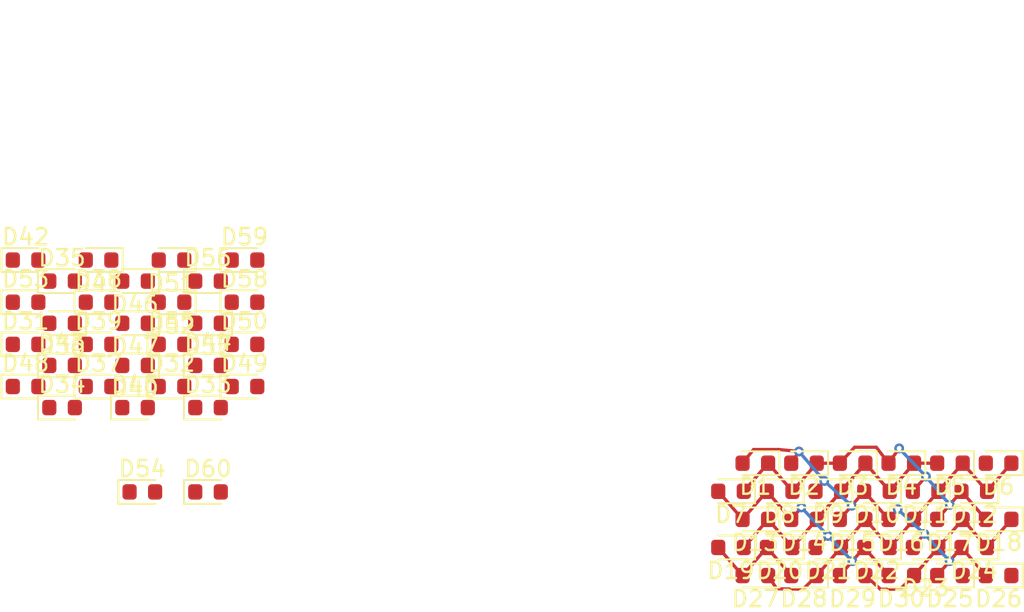
<source format=kicad_pcb>
(kicad_pcb (version 20241229) (generator "pcbnew") (generator_version "9.0")
  (layers (0 "F.Cu" signal) (2 "B.Cu" signal) (13 "F.Paste" user) (15 "B.Paste" user) (5 "F.SilkS" user "F.Silkscreen") (7 "B.SilkS" user "B.Silkscreen") (1 "F.Mask" user) (3 "B.Mask" user) (25 "Edge.Cuts" user))
  (net 0 "")
  (net 1 "C4")
  (net 2 "C1")
  (net 3 "C0")
  (net 4 "C5")
  (net 5 "C2")
  (net 6 "C3")
  (net 7 "D1")
  (net 8 "D2")
  (net 9 "D3")
  (net 10 "D4")
  (net 11 "D0")
  (net 12 "D5")
  (footprint "LED_SMD:LED_0603_1608Metric" (layer "F.Cu") (at 78.75 64.98565)
    (property "Reference" "D43" (at 0 -1.43 0) (layer "F.SilkS"))
    (property "Value" "LED")
    (fp_line (start -1.485 -0.735) (end -1.485 0.735) (stroke (width 0.12)) (layer "F.SilkS"))
    (fp_line (start -1.485 0.735) (end 0.8 0.735) (stroke (width 0.12)) (layer "F.SilkS"))
    (fp_line (start 0.8 -0.735) (end -1.485 -0.735) (stroke (width 0.12)) (layer "F.SilkS"))
    (pad "1" smd roundrect (at -0.7875 0) (size 0.875 0.95) (layers "F.Cu" "F.Mask" "F.Paste") (net 10 "D4"))
    (pad "2" smd roundrect (at 0.7875 0) (size 0.875 0.95) (layers "F.Cu" "F.Mask" "F.Paste") (net 11 "D0"))
  )
  (footprint "LED_SMD:LED_0603_1608Metric" (layer "F.Cu") (at 124.5 77.94225 180)
    (property "Reference" "D28" (at 0 -1.429998 0) (layer "F.SilkS"))
    (property "Value" "LED")
    (fp_line (start 0.800003 -0.734999) (end -1.485002 -0.734999) (stroke (width 0.12)) (layer "F.SilkS"))
    (fp_line (start -1.485001 0.735001) (end 0.799998 0.735) (stroke (width 0.12)) (layer "F.SilkS"))
    (fp_line (start -1.485002 -0.734999) (end -1.485001 0.735001) (stroke (width 0.12)) (layer "F.SilkS"))
    (pad "1" smd roundrect (at -0.787501 0 180) (size 0.875 0.95) (layers "F.Cu" "F.Mask" "F.Paste") (net 4 "C5"))
    (pad "2" smd roundrect (at 0.787501 0 180) (size 0.875 0.95) (layers "F.Cu" "F.Mask" "F.Paste") (net 6 "C3"))
  )
  (footprint "LED_SMD:LED_0603_1608Metric" (layer "F.Cu") (at 130.5 71.01405 180)
    (property "Reference" "D4" (at 0 -1.429998 0) (layer "F.SilkS"))
    (property "Value" "LED")
    (fp_line (start 0.799997 -0.735001) (end -1.485002 -0.734999) (stroke (width 0.12)) (layer "F.SilkS"))
    (fp_line (start -1.485 0.735001) (end 0.799998 0.735) (stroke (width 0.12)) (layer "F.SilkS"))
    (fp_line (start -1.485002 -0.734999) (end -1.485 0.735001) (stroke (width 0.12)) (layer "F.SilkS"))
    (pad "1" smd roundrect (at -0.787502 0.000001 180) (size 0.875 0.95) (layers "F.Cu" "F.Mask" "F.Paste") (net 1 "C4"))
    (pad "2" smd roundrect (at 0.787502 -0.000001 180) (size 0.875 0.95) (layers "F.Cu" "F.Mask" "F.Paste") (net 5 "C2"))
  )
  (footprint "LED_SMD:LED_0603_1608Metric" (layer "F.Cu") (at 120 76.2102 180)
    (property "Reference" "D19" (at 0 -1.429998 0) (layer "F.SilkS"))
    (property "Value" "LED")
    (fp_line (start 0.8 -0.735) (end -1.485002 -0.734999) (stroke (width 0.12)) (layer "F.SilkS"))
    (fp_line (start -1.485001 0.735001) (end 0.799999 0.734999) (stroke (width 0.12)) (layer "F.SilkS"))
    (fp_line (start -1.485002 -0.734999) (end -1.485001 0.735001) (stroke (width 0.12)) (layer "F.SilkS"))
    (pad "1" smd roundrect (at -0.787502 -0.000001 180) (size 0.875 0.95) (layers "F.Cu" "F.Mask" "F.Paste") (net 1 "C4"))
    (pad "2" smd roundrect (at 0.787502 0.000001 180) (size 0.875 0.95) (layers "F.Cu" "F.Mask" "F.Paste") (net 6 "C3"))
  )
  (footprint "LED_SMD:LED_0603_1608Metric" (layer "F.Cu") (at 136.5 77.94225 180)
    (property "Reference" "D26" (at 0 -1.429998 0) (layer "F.SilkS"))
    (property "Value" "LED")
    (fp_line (start 0.800003 -0.734999) (end -1.485002 -0.734999) (stroke (width 0.12)) (layer "F.SilkS"))
    (fp_line (start -1.485001 0.735001) (end 0.799998 0.735) (stroke (width 0.12)) (layer "F.SilkS"))
    (fp_line (start -1.485002 -0.734999) (end -1.485001 0.735001) (stroke (width 0.12)) (layer "F.SilkS"))
    (pad "1" smd roundrect (at -0.787501 0 180) (size 0.875 0.95) (layers "F.Cu" "F.Mask" "F.Paste") (net 2 "C1"))
    (pad "2" smd roundrect (at 0.787501 0 180) (size 0.875 0.95) (layers "F.Cu" "F.Mask" "F.Paste") (net 3 "C0"))
  )
  (footprint "LED_SMD:LED_0603_1608Metric" (layer "F.Cu") (at 123 72.7461 180)
    (property "Reference" "D8" (at 0 -1.429998 0) (layer "F.SilkS"))
    (property "Value" "LED")
    (fp_line (start 0.8 -0.735) (end -1.485002 -0.734999) (stroke (width 0.12)) (layer "F.SilkS"))
    (fp_line (start -1.485 0.735001) (end 0.799997 0.735002) (stroke (width 0.12)) (layer "F.SilkS"))
    (fp_line (start -1.485002 -0.734999) (end -1.485 0.735001) (stroke (width 0.12)) (layer "F.SilkS"))
    (pad "1" smd roundrect (at -0.787502 0.000001 180) (size 0.875 0.95) (layers "F.Cu" "F.Mask" "F.Paste") (net 5 "C2"))
    (pad "2" smd roundrect (at 0.787502 -0.000001 180) (size 0.875 0.95) (layers "F.Cu" "F.Mask" "F.Paste") (net 2 "C1"))
  )
  (footprint "LED_SMD:LED_0603_1608Metric" (layer "F.Cu") (at 81 66.285363)
    (property "Reference" "D37" (at 0 -1.43 0) (layer "F.SilkS"))
    (property "Value" "LED")
    (fp_line (start -1.485 -0.735) (end -1.485 0.735) (stroke (width 0.12)) (layer "F.SilkS"))
    (fp_line (start -1.485 0.735) (end 0.8 0.735) (stroke (width 0.12)) (layer "F.SilkS"))
    (fp_line (start 0.8 -0.735) (end -1.485 -0.735) (stroke (width 0.12)) (layer "F.SilkS"))
    (pad "1" smd roundrect (at -0.7875 0) (size 0.875 0.95) (layers "F.Cu" "F.Mask" "F.Paste") (net 12 "D5"))
    (pad "2" smd roundrect (at 0.7875 0) (size 0.875 0.95) (layers "F.Cu" "F.Mask" "F.Paste") (net 9 "D3"))
  )
  (footprint "LED_SMD:LED_0603_1608Metric" (layer "F.Cu") (at 83.25 64.98565 180)
    (property "Reference" "D40" (at 0 -1.43 0) (layer "F.SilkS"))
    (property "Value" "LED")
    (fp_line (start 0.8 -0.735) (end -1.485 -0.735) (stroke (width 0.12)) (layer "F.SilkS"))
    (fp_line (start -1.485 0.735) (end 0.8 0.735) (stroke (width 0.12)) (layer "F.SilkS"))
    (fp_line (start -1.485 -0.735) (end -1.485 0.735) (stroke (width 0.12)) (layer "F.SilkS"))
    (pad "1" smd roundrect (at -0.7875 0 180) (size 0.875 0.95) (layers "F.Cu" "F.Mask" "F.Paste") (net 12 "D5"))
    (pad "2" smd roundrect (at 0.7875 0 180) (size 0.875 0.95) (layers "F.Cu" "F.Mask" "F.Paste") (net 9 "D3"))
  )
  (footprint "LED_SMD:LED_0603_1608Metric" (layer "F.Cu") (at 132 76.2102 180)
    (property "Reference" "D23" (at -0.000001 -2.5 0) (layer "F.SilkS"))
    (property "Value" "LED")
    (fp_line (start 0.8 -0.735) (end -1.485002 -0.734999) (stroke (width 0.12)) (layer "F.SilkS"))
    (fp_line (start -1.485001 0.735001) (end 0.799999 0.734999) (stroke (width 0.12)) (layer "F.SilkS"))
    (fp_line (start -1.485002 -0.734999) (end -1.485001 0.735001) (stroke (width 0.12)) (layer "F.SilkS"))
    (pad "1" smd roundrect (at -0.787502 -0.000001 180) (size 0.875 0.95) (layers "F.Cu" "F.Mask" "F.Paste") (net 6 "C3"))
    (pad "2" smd roundrect (at 0.787502 0.000001 180) (size 0.875 0.95) (layers "F.Cu" "F.Mask" "F.Paste") (net 3 "C0"))
  )
  (footprint "LED_SMD:LED_0603_1608Metric" (layer "F.Cu") (at 123 76.2102 180)
    (property "Reference" "D20" (at 0 -1.429998 0) (layer "F.SilkS"))
    (property "Value" "LED")
    (fp_line (start 0.800003 -0.734999) (end -1.485002 -0.734999) (stroke (width 0.12)) (layer "F.SilkS"))
    (fp_line (start -1.485001 0.735001) (end 0.799998 0.735) (stroke (width 0.12)) (layer "F.SilkS"))
    (fp_line (start -1.485002 -0.734999) (end -1.485001 0.735001) (stroke (width 0.12)) (layer "F.SilkS"))
    (pad "1" smd roundrect (at -0.787501 0 180) (size 0.875 0.95) (layers "F.Cu" "F.Mask" "F.Paste") (net 1 "C4"))
    (pad "2" smd roundrect (at 0.787501 0 180) (size 0.875 0.95) (layers "F.Cu" "F.Mask" "F.Paste") (net 6 "C3"))
  )
  (footprint "LED_SMD:LED_0603_1608Metric" (layer "F.Cu") (at 78.75 67.585076)
    (property "Reference" "D34" (at 0 -1.43 0) (layer "F.SilkS"))
    (property "Value" "LED")
    (fp_line (start -1.485 -0.735) (end -1.485 0.735) (stroke (width 0.12)) (layer "F.SilkS"))
    (fp_line (start -1.485 0.735) (end 0.8 0.735) (stroke (width 0.12)) (layer "F.SilkS"))
    (fp_line (start 0.8 -0.735) (end -1.485 -0.735) (stroke (width 0.12)) (layer "F.SilkS"))
    (pad "1" smd roundrect (at -0.7875 0) (size 0.875 0.95) (layers "F.Cu" "F.Mask" "F.Paste") (net 10 "D4"))
    (pad "2" smd roundrect (at 0.7875 0) (size 0.875 0.95) (layers "F.Cu" "F.Mask" "F.Paste") (net 9 "D3"))
  )
  (footprint "LED_SMD:LED_0603_1608Metric" (layer "F.Cu") (at 83.25 67.585076)
    (property "Reference" "D45" (at 0 -1.43 0) (layer "F.SilkS"))
    (property "Value" "LED")
    (fp_line (start -1.485 -0.735) (end -1.485 0.735) (stroke (width 0.12)) (layer "F.SilkS"))
    (fp_line (start -1.485 0.735) (end 0.8 0.735) (stroke (width 0.12)) (layer "F.SilkS"))
    (fp_line (start 0.8 -0.735) (end -1.485 -0.735) (stroke (width 0.12)) (layer "F.SilkS"))
    (pad "1" smd roundrect (at -0.7875 0) (size 0.875 0.95) (layers "F.Cu" "F.Mask" "F.Paste") (net 10 "D4"))
    (pad "2" smd roundrect (at 0.7875 0) (size 0.875 0.95) (layers "F.Cu" "F.Mask" "F.Paste") (net 8 "D2"))
  )
  (footprint "LED_SMD:LED_0603_1608Metric" (layer "F.Cu") (at 83.7 72.783928)
    (property "Reference" "D54" (at 0 -1.43 0) (layer "F.SilkS"))
    (property "Value" "LED")
    (fp_line (start -1.485 -0.735) (end -1.485 0.735) (stroke (width 0.12)) (layer "F.SilkS"))
    (fp_line (start -1.485 0.735) (end 0.8 0.735) (stroke (width 0.12)) (layer "F.SilkS"))
    (fp_line (start 0.8 -0.735) (end -1.485 -0.735) (stroke (width 0.12)) (layer "F.SilkS"))
    (pad "1" smd roundrect (at -0.7875 0) (size 0.875 0.95) (layers "F.Cu" "F.Mask" "F.Paste") (net 9 "D3"))
    (pad "2" smd roundrect (at 0.7875 0) (size 0.875 0.95) (layers "F.Cu" "F.Mask" "F.Paste") (net 11 "D0"))
  )
  (footprint "LED_SMD:LED_0603_1608Metric" (layer "F.Cu") (at 87.75 72.783928)
    (property "Reference" "D60" (at 0 -1.43 0) (layer "F.SilkS"))
    (property "Value" "LED")
    (fp_line (start -1.485 -0.735) (end -1.485 0.735) (stroke (width 0.12)) (layer "F.SilkS"))
    (fp_line (start -1.485 0.735) (end 0.8 0.735) (stroke (width 0.12)) (layer "F.SilkS"))
    (fp_line (start 0.8 -0.735) (end -1.485 -0.735) (stroke (width 0.12)) (layer "F.SilkS"))
    (pad "1" smd roundrect (at -0.7875 0) (size 0.875 0.95) (layers "F.Cu" "F.Mask" "F.Paste") (net 9 "D3"))
    (pad "2" smd roundrect (at 0.7875 0) (size 0.875 0.95) (layers "F.Cu" "F.Mask" "F.Paste") (net 8 "D2"))
  )
  (footprint "LED_SMD:LED_0603_1608Metric" (layer "F.Cu") (at 121.5 74.47815 180)
    (property "Reference" "D13" (at 0 -1.429998 0) (layer "F.SilkS"))
    (property "Value" "LED")
    (fp_line (start 0.8 -0.735) (end -1.485002 -0.734999) (stroke (width 0.12)) (layer "F.SilkS"))
    (fp_line (start -1.485001 0.735001) (end 0.799999 0.734999) (stroke (width 0.12)) (layer "F.SilkS"))
    (fp_line (start -1.485002 -0.734999) (end -1.485001 0.735001) (stroke (width 0.12)) (layer "F.SilkS"))
    (pad "1" smd roundrect (at -0.787502 -0.000001 180) (size 0.875 0.95) (layers "F.Cu" "F.Mask" "F.Paste") (net 1 "C4"))
    (pad "2" smd roundrect (at 0.787502 0.000001 180) (size 0.875 0.95) (layers "F.Cu" "F.Mask" "F.Paste") (net 2 "C1"))
  )
  (footprint "LED_SMD:LED_0603_1608Metric" (layer "F.Cu") (at 127.5 74.47815 180)
    (property "Reference" "D15" (at 0 -1.429998 0) (layer "F.SilkS"))
    (property "Value" "LED")
    (fp_line (start 0.8 -0.735) (end -1.485002 -0.734999) (stroke (width 0.12)) (layer "F.SilkS"))
    (fp_line (start -1.485001 0.735001) (end 0.799998 0.734999) (stroke (width 0.12)) (layer "F.SilkS"))
    (fp_line (start -1.485002 -0.734999) (end -1.485001 0.735001) (stroke (width 0.12)) (layer "F.SilkS"))
    (pad "1" smd roundrect (at -0.787502 -0.000001 180) (size 0.875 0.95) (layers "F.Cu" "F.Mask" "F.Paste") (net 4 "C5"))
    (pad "2" smd roundrect (at 0.787502 0.000001 180) (size 0.875 0.95) (layers "F.Cu" "F.Mask" "F.Paste") (net 3 "C0"))
  )
  (footprint "LED_SMD:LED_0603_1608Metric" (layer "F.Cu") (at 87.75 64.98565)
    (property "Reference" "D44" (at 0 -1.43 0) (layer "F.SilkS"))
    (property "Value" "LED")
    (fp_line (start -1.485 -0.735) (end -1.485 0.735) (stroke (width 0.12)) (layer "F.SilkS"))
    (fp_line (start -1.485 0.735) (end 0.8 0.735) (stroke (width 0.12)) (layer "F.SilkS"))
    (fp_line (start 0.8 -0.735) (end -1.485 -0.735) (stroke (width 0.12)) (layer "F.SilkS"))
    (pad "1" smd roundrect (at -0.7875 0) (size 0.875 0.95) (layers "F.Cu" "F.Mask" "F.Paste") (net 12 "D5"))
    (pad "2" smd roundrect (at 0.7875 0) (size 0.875 0.95) (layers "F.Cu" "F.Mask" "F.Paste") (net 7 "D1"))
  )
  (footprint "LED_SMD:LED_0603_1608Metric" (layer "F.Cu") (at 90 66.285363)
    (property "Reference" "D49" (at 0 -1.43 0) (layer "F.SilkS"))
    (property "Value" "LED")
    (fp_line (start -1.485 -0.735) (end -1.485 0.735) (stroke (width 0.12)) (layer "F.SilkS"))
    (fp_line (start -1.485 0.735) (end 0.8 0.735) (stroke (width 0.12)) (layer "F.SilkS"))
    (fp_line (start 0.8 -0.735) (end -1.485 -0.735) (stroke (width 0.12)) (layer "F.SilkS"))
    (pad "1" smd roundrect (at -0.7875 0) (size 0.875 0.95) (layers "F.Cu" "F.Mask" "F.Paste") (net 12 "D5"))
    (pad "2" smd roundrect (at 0.7875 0) (size 0.875 0.95) (layers "F.Cu" "F.Mask" "F.Paste") (net 11 "D0"))
  )
  (footprint "LED_SMD:LED_0603_1608Metric" (layer "F.Cu") (at 132 72.7461 180)
    (property "Reference" "D11" (at 0 -1.429998 0) (layer "F.SilkS"))
    (property "Value" "LED")
    (fp_line (start 0.8 -0.735) (end -1.485002 -0.734999) (stroke (width 0.12)) (layer "F.SilkS"))
    (fp_line (start -1.485001 0.735001) (end 0.799998 0.734999) (stroke (width 0.12)) (layer "F.SilkS"))
    (fp_line (start -1.485002 -0.734999) (end -1.485001 0.735001) (stroke (width 0.12)) (layer "F.SilkS"))
    (pad "1" smd roundrect (at -0.787502 -0.000001 180) (size 0.875 0.95) (layers "F.Cu" "F.Mask" "F.Paste") (net 4 "C5"))
    (pad "2" smd roundrect (at 0.787502 0.000001 180) (size 0.875 0.95) (layers "F.Cu" "F.Mask" "F.Paste") (net 5 "C2"))
  )
  (footprint "LED_SMD:LED_0603_1608Metric" (layer "F.Cu") (at 124.5 71.01405 180)
    (property "Reference" "D2" (at 0 -1.429998 0) (layer "F.SilkS"))
    (property "Value" "LED")
    (fp_line (start 0.799996 -0.735001) (end -1.485002 -0.734999) (stroke (width 0.12)) (layer "F.SilkS"))
    (fp_line (start -1.485001 0.735001) (end 0.799999 0.734999) (stroke (width 0.12)) (layer "F.SilkS"))
    (fp_line (start -1.485002 -0.734999) (end -1.485001 0.735001) (stroke (width 0.12)) (layer "F.SilkS"))
    (pad "1" smd roundrect (at -0.787502 -0.000001 180) (size 0.875 0.95) (layers "F.Cu" "F.Mask" "F.Paste") (net 5 "C2"))
    (pad "2" smd roundrect (at 0.787502 0.000001 180) (size 0.875 0.95) (layers "F.Cu" "F.Mask" "F.Paste") (net 3 "C0"))
  )
  (footprint "LED_SMD:LED_0603_1608Metric" (layer "F.Cu") (at 129 72.7461 180)
    (property "Reference" "D10" (at 0 -1.429998 0) (layer "F.SilkS"))
    (property "Value" "LED")
    (fp_line (start 0.800003 -0.734999) (end -1.485002 -0.734999) (stroke (width 0.12)) (layer "F.SilkS"))
    (fp_line (start -1.485001 0.735001) (end 0.799998 0.735) (stroke (width 0.12)) (layer "F.SilkS"))
    (fp_line (start -1.485002 -0.734999) (end -1.485001 0.735001) (stroke (width 0.12)) (layer "F.SilkS"))
    (pad "1" smd roundrect (at -0.787501 0 180) (size 0.875 0.95) (layers "F.Cu" "F.Mask" "F.Paste") (net 1 "C4"))
    (pad "2" smd roundrect (at 0.787501 0 180) (size 0.875 0.95) (layers "F.Cu" "F.Mask" "F.Paste") (net 3 "C0"))
  )
  (footprint "LED_SMD:LED_0603_1608Metric" (layer "F.Cu") (at 85.5 58.487085 180)
    (property "Reference" "D51" (at 0 -1.43 0) (layer "F.SilkS"))
    (property "Value" "LED")
    (fp_line (start 0.8 -0.735) (end -1.485 -0.735) (stroke (width 0.12)) (layer "F.SilkS"))
    (fp_line (start -1.485 0.735) (end 0.8 0.735) (stroke (width 0.12)) (layer "F.SilkS"))
    (fp_line (start -1.485 -0.735) (end -1.485 0.735) (stroke (width 0.12)) (layer "F.SilkS"))
    (pad "1" smd roundrect (at -0.7875 0 180) (size 0.875 0.95) (layers "F.Cu" "F.Mask" "F.Paste") (net 12 "D5"))
    (pad "2" smd roundrect (at 0.7875 0 180) (size 0.875 0.95) (layers "F.Cu" "F.Mask" "F.Paste") (net 8 "D2"))
  )
  (footprint "LED_SMD:LED_0603_1608Metric" (layer "F.Cu") (at 120 72.7461 180)
    (property "Reference" "D7" (at 0 -1.429998 0) (layer "F.SilkS"))
    (property "Value" "LED")
    (fp_line (start 0.800001 -0.734999) (end -1.485002 -0.734999) (stroke (width 0.12)) (layer "F.SilkS"))
    (fp_line (start -1.485001 0.735001) (end 0.799998 0.735) (stroke (width 0.12)) (layer "F.SilkS"))
    (fp_line (start -1.485002 -0.734999) (end -1.485001 0.735001) (stroke (width 0.12)) (layer "F.SilkS"))
    (pad "1" smd roundrect (at -0.787502 -0.000001 180) (size 0.875 0.95) (layers "F.Cu" "F.Mask" "F.Paste") (net 5 "C2"))
    (pad "2" smd roundrect (at 0.787502 0.000001 180) (size 0.875 0.95) (layers "F.Cu" "F.Mask" "F.Paste") (net 2 "C1"))
  )
  (footprint "LED_SMD:LED_0603_1608Metric" (layer "F.Cu") (at 136.5 71.01405 180)
    (property "Reference" "D6" (at 0 -1.429998 0) (layer "F.SilkS"))
    (property "Value" "LED")
    (fp_line (start 0.799999 -0.734998) (end -1.485002 -0.734999) (stroke (width 0.12)) (layer "F.SilkS"))
    (fp_line (start -1.485 0.735001) (end 0.799998 0.735001) (stroke (width 0.12)) (layer "F.SilkS"))
    (fp_line (start -1.485002 -0.734999) (end -1.485 0.735001) (stroke (width 0.12)) (layer "F.SilkS"))
    (pad "1" smd roundrect (at -0.787501 0 180) (size 0.875 0.95) (layers "F.Cu" "F.Mask" "F.Paste") (net 4 "C5"))
    (pad "2" smd roundrect (at 0.787501 0 180) (size 0.875 0.95) (layers "F.Cu" "F.Mask" "F.Paste") (net 1 "C4"))
  )
  (footprint "LED_SMD:LED_0603_1608Metric" (layer "F.Cu") (at 133.5 74.47815 180)
    (property "Reference" "D17" (at 0 -1.429998 0) (layer "F.SilkS"))
    (property "Value" "LED")
    (fp_line (start 0.8 -0.735) (end -1.485002 -0.734999) (stroke (width 0.12)) (layer "F.SilkS"))
    (fp_line (start -1.485001 0.735001) (end 0.799999 0.734999) (stroke (width 0.12)) (layer "F.SilkS"))
    (fp_line (start -1.485002 -0.734999) (end -1.485001 0.735001) (stroke (width 0.12)) (layer "F.SilkS"))
    (pad "1" smd roundrect (at -0.787502 -0.000001 180) (size 0.875 0.95) (layers "F.Cu" "F.Mask" "F.Paste") (net 6 "C3"))
    (pad "2" smd roundrect (at 0.787502 0.000001 180) (size 0.875 0.95) (layers "F.Cu" "F.Mask" "F.Paste") (net 5 "C2"))
  )
  (footprint "LED_SMD:LED_0603_1608Metric" (layer "F.Cu") (at 83.25 62.386224 180)
    (property "Reference" "D47" (at 0 -1.43 0) (layer "F.SilkS"))
    (property "Value" "LED")
    (fp_line (start 0.8 -0.735) (end -1.485 -0.735) (stroke (width 0.12)) (layer "F.SilkS"))
    (fp_line (start -1.485 0.735) (end 0.8 0.735) (stroke (width 0.12)) (layer "F.SilkS"))
    (fp_line (start -1.485 -0.735) (end -1.485 0.735) (stroke (width 0.12)) (layer "F.SilkS"))
    (pad "1" smd roundrect (at -0.7875 0 180) (size 0.875 0.95) (layers "F.Cu" "F.Mask" "F.Paste") (net 9 "D3"))
    (pad "2" smd roundrect (at 0.7875 0 180) (size 0.875 0.95) (layers "F.Cu" "F.Mask" "F.Paste") (net 7 "D1"))
  )
  (footprint "LED_SMD:LED_0603_1608Metric" (layer "F.Cu") (at 87.75 67.585076)
    (property "Reference" "D33" (at 0 -1.43 0) (layer "F.SilkS"))
    (property "Value" "LED")
    (fp_line (start -1.485 -0.735) (end -1.485 0.735) (stroke (width 0.12)) (layer "F.SilkS"))
    (fp_line (start -1.485 0.735) (end 0.8 0.735) (stroke (width 0.12)) (layer "F.SilkS"))
    (fp_line (start 0.8 -0.735) (end -1.485 -0.735) (stroke (width 0.12)) (layer "F.SilkS"))
    (pad "1" smd roundrect (at -0.7875 0) (size 0.875 0.95) (layers "F.Cu" "F.Mask" "F.Paste") (net 8 "D2"))
    (pad "2" smd roundrect (at 0.7875 0) (size 0.875 0.95) (layers "F.Cu" "F.Mask" "F.Paste") (net 7 "D1"))
  )
  (footprint "LED_SMD:LED_0603_1608Metric" (layer "F.Cu") (at 133.5 77.94225 180)
    (property "Reference" "D25" (at 0 -1.429998 0) (layer "F.SilkS"))
    (property "Value" "LED")
    (fp_line (start 0.8 -0.735) (end -1.485002 -0.734999) (stroke (width 0.12)) (layer "F.SilkS"))
    (fp_line (start -1.485001 0.735001) (end 0.799999 0.734999) (stroke (width 0.12)) (layer "F.SilkS"))
    (fp_line (start -1.485002 -0.734999) (end -1.485001 0.735001) (stroke (width 0.12)) (layer "F.SilkS"))
    (pad "1" smd roundrect (at -0.787502 -0.000001 180) (size 0.875 0.95) (layers "F.Cu" "F.Mask" "F.Paste") (net 2 "C1"))
    (pad "2" smd roundrect (at 0.787502 0.000001 180) (size 0.875 0.95) (layers "F.Cu" "F.Mask" "F.Paste") (net 3 "C0"))
  )
  (footprint "LED_SMD:LED_0603_1608Metric" (layer "F.Cu") (at 127.5 77.94225 180)
    (property "Reference" "D29" (at 0 -1.429998 0) (layer "F.SilkS"))
    (property "Value" "LED")
    (fp_line (start 0.800003 -0.734999) (end -1.485002 -0.734999) (stroke (width 0.12)) (layer "F.SilkS"))
    (fp_line (start -1.485001 0.735001) (end 0.799998 0.734999) (stroke (width 0.12)) (layer "F.SilkS"))
    (fp_line (start -1.485002 -0.734999) (end -1.485001 0.735001) (stroke (width 0.12)) (layer "F.SilkS"))
    (pad "1" smd roundrect (at -0.787501 0 180) (size 0.875 0.95) (layers "F.Cu" "F.Mask" "F.Paste") (net 6 "C3"))
    (pad "2" smd roundrect (at 0.787501 0 180) (size 0.875 0.95) (layers "F.Cu" "F.Mask" "F.Paste") (net 2 "C1"))
  )
  (footprint "LED_SMD:LED_0603_1608Metric" (layer "F.Cu") (at 127.5 71.01405 180)
    (property "Reference" "D3" (at 0 -1.429998 0) (layer "F.SilkS"))
    (property "Value" "LED")
    (fp_line (start 0.8 -0.735) (end -1.485002 -0.734999) (stroke (width 0.12)) (layer "F.SilkS"))
    (fp_line (start -1.485001 0.735001) (end 0.799999 0.734999) (stroke (width 0.12)) (layer "F.SilkS"))
    (fp_line (start -1.485002 -0.734999) (end -1.485001 0.735001) (stroke (width 0.12)) (layer "F.SilkS"))
    (pad "1" smd roundrect (at -0.787502 -0.000001 180) (size 0.875 0.95) (layers "F.Cu" "F.Mask" "F.Paste") (net 1 "C4"))
    (pad "2" smd roundrect (at 0.787502 0.000001 180) (size 0.875 0.95) (layers "F.Cu" "F.Mask" "F.Paste") (net 5 "C2"))
  )
  (footprint "LED_SMD:LED_0603_1608Metric" (layer "F.Cu") (at 124.5 74.47815 180)
    (property "Reference" "D14" (at 0 -1.429998 0) (layer "F.SilkS"))
    (property "Value" "LED")
    (fp_line (start 0.800003 -0.734999) (end -1.485002 -0.734999) (stroke (width 0.12)) (layer "F.SilkS"))
    (fp_line (start -1.485001 0.735001) (end 0.799998 0.735) (stroke (width 0.12)) (layer "F.SilkS"))
    (fp_line (start -1.485002 -0.734999) (end -1.485001 0.735001) (stroke (width 0.12)) (layer "F.SilkS"))
    (pad "1" smd roundrect (at -0.787501 0 180) (size 0.875 0.95) (layers "F.Cu" "F.Mask" "F.Paste") (net 1 "C4"))
    (pad "2" smd roundrect (at 0.787501 0 180) (size 0.875 0.95) (layers "F.Cu" "F.Mask" "F.Paste") (net 2 "C1"))
  )
  (footprint "LED_SMD:LED_0603_1608Metric" (layer "F.Cu") (at 85.5 63.685937)
    (property "Reference" "D55" (at 0 -1.43 0) (layer "F.SilkS"))
    (property "Value" "LED")
    (fp_line (start -1.485 -0.735) (end -1.485 0.735) (stroke (width 0.12)) (layer "F.SilkS"))
    (fp_line (start -1.485 0.735) (end 0.8 0.735) (stroke (width 0.12)) (layer "F.SilkS"))
    (fp_line (start 0.8 -0.735) (end -1.485 -0.735) (stroke (width 0.12)) (layer "F.SilkS"))
    (pad "1" smd roundrect (at -0.7875 0) (size 0.875 0.95) (layers "F.Cu" "F.Mask" "F.Paste") (net 7 "D1"))
    (pad "2" smd roundrect (at 0.7875 0) (size 0.875 0.95) (layers "F.Cu" "F.Mask" "F.Paste") (net 11 "D0"))
  )
  (footprint "LED_SMD:LED_0603_1608Metric" (layer "F.Cu") (at 85.5 61.086511 180)
    (property "Reference" "D52" (at 0 -1.43 0) (layer "F.SilkS"))
    (property "Value" "LED")
    (fp_line (start 0.8 -0.735) (end -1.485 -0.735) (stroke (width 0.12)) (layer "F.SilkS"))
    (fp_line (start -1.485 0.735) (end 0.8 0.735) (stroke (width 0.12)) (layer "F.SilkS"))
    (fp_line (start -1.485 -0.735) (end -1.485 0.735) (stroke (width 0.12)) (layer "F.SilkS"))
    (pad "1" smd roundrect (at -0.7875 0 180) (size 0.875 0.95) (layers "F.Cu" "F.Mask" "F.Paste") (net 9 "D3"))
    (pad "2" smd roundrect (at 0.7875 0 180) (size 0.875 0.95) (layers "F.Cu" "F.Mask" "F.Paste") (net 11 "D0"))
  )
  (footprint "LED_SMD:LED_0603_1608Metric" (layer "F.Cu") (at 78.75 59.786798)
    (property "Reference" "D35" (at 0 -1.43 0) (layer "F.SilkS"))
    (property "Value" "LED")
    (fp_line (start -1.485 -0.735) (end -1.485 0.735) (stroke (width 0.12)) (layer "F.SilkS"))
    (fp_line (start -1.485 0.735) (end 0.8 0.735) (stroke (width 0.12)) (layer "F.SilkS"))
    (fp_line (start 0.8 -0.735) (end -1.485 -0.735) (stroke (width 0.12)) (layer "F.SilkS"))
    (pad "1" smd roundrect (at -0.7875 0) (size 0.875 0.95) (layers "F.Cu" "F.Mask" "F.Paste") (net 8 "D2"))
    (pad "2" smd roundrect (at 0.7875 0) (size 0.875 0.95) (layers "F.Cu" "F.Mask" "F.Paste") (net 11 "D0"))
  )
  (footprint "LED_SMD:LED_0603_1608Metric" (layer "F.Cu") (at 76.5 61.086511)
    (property "Reference" "D53" (at 0 -1.43 0) (layer "F.SilkS"))
    (property "Value" "LED")
    (fp_line (start -1.485 -0.735) (end -1.485 0.735) (stroke (width 0.12)) (layer "F.SilkS"))
    (fp_line (start -1.485 0.735) (end 0.8 0.735) (stroke (width 0.12)) (layer "F.SilkS"))
    (fp_line (start 0.8 -0.735) (end -1.485 -0.735) (stroke (width 0.12)) (layer "F.SilkS"))
    (pad "1" smd roundrect (at -0.7875 0) (size 0.875 0.95) (layers "F.Cu" "F.Mask" "F.Paste") (net 12 "D5"))
    (pad "2" smd roundrect (at 0.7875 0) (size 0.875 0.95) (layers "F.Cu" "F.Mask" "F.Paste") (net 8 "D2"))
  )
  (footprint "LED_SMD:LED_0603_1608Metric" (layer "F.Cu") (at 121.5 77.94225 180)
    (property "Reference" "D27" (at 0 -1.429998 0) (layer "F.SilkS"))
    (property "Value" "LED")
    (fp_line (start 0.8 -0.735) (end -1.485002 -0.734999) (stroke (width 0.12)) (layer "F.SilkS"))
    (fp_line (start -1.485001 0.735001) (end 0.799999 0.734999) (stroke (width 0.12)) (layer "F.SilkS"))
    (fp_line (start -1.485002 -0.734999) (end -1.485001 0.735001) (stroke (width 0.12)) (layer "F.SilkS"))
    (pad "1" smd roundrect (at -0.787502 -0.000001 180) (size 0.875 0.95) (layers "F.Cu" "F.Mask" "F.Paste") (net 4 "C5"))
    (pad "2" smd roundrect (at 0.787502 0.000001 180) (size 0.875 0.95) (layers "F.Cu" "F.Mask" "F.Paste") (net 6 "C3"))
  )
  (footprint "LED_SMD:LED_0603_1608Metric" (layer "F.Cu") (at 135 72.7461 180)
    (property "Reference" "D12" (at 0 -1.429998 0) (layer "F.SilkS"))
    (property "Value" "LED")
    (fp_line (start 0.800003 -0.734999) (end -1.485002 -0.734999) (stroke (width 0.12)) (layer "F.SilkS"))
    (fp_line (start -1.485001 0.735001) (end 0.799998 0.735) (stroke (width 0.12)) (layer "F.SilkS"))
    (fp_line (start -1.485002 -0.734999) (end -1.485001 0.735001) (stroke (width 0.12)) (layer "F.SilkS"))
    (pad "1" smd roundrect (at -0.787501 0 180) (size 0.875 0.95) (layers "F.Cu" "F.Mask" "F.Paste") (net 4 "C5"))
    (pad "2" smd roundrect (at 0.787501 0 180) (size 0.875 0.95) (layers "F.Cu" "F.Mask" "F.Paste") (net 5 "C2"))
  )
  (footprint "LED_SMD:LED_0603_1608Metric" (layer "F.Cu") (at 90 58.487085)
    (property "Reference" "D59" (at 0 -1.43 0) (layer "F.SilkS"))
    (property "Value" "LED")
    (fp_line (start -1.485 -0.735) (end -1.485 0.735) (stroke (width 0.12)) (layer "F.SilkS"))
    (fp_line (start -1.485 0.735) (end 0.8 0.735) (stroke (width 0.12)) (layer "F.SilkS"))
    (fp_line (start 0.8 -0.735) (end -1.485 -0.735) (stroke (width 0.12)) (layer "F.SilkS"))
    (pad "1" smd roundrect (at -0.7875 0) (size 0.875 0.95) (layers "F.Cu" "F.Mask" "F.Paste") (net 12 "D5"))
    (pad "2" smd roundrect (at 0.7875 0) (size 0.875 0.95) (layers "F.Cu" "F.Mask" "F.Paste") (net 10 "D4"))
  )
  (footprint "LED_SMD:LED_0603_1608Metric" (layer "F.Cu") (at 85.5 66.285363)
    (property "Reference" "D32" (at 0 -1.43 0) (layer "F.SilkS"))
    (property "Value" "LED")
    (fp_line (start -1.485 -0.735) (end -1.485 0.735) (stroke (width 0.12)) (layer "F.SilkS"))
    (fp_line (start -1.485 0.735) (end 0.8 0.735) (stroke (width 0.12)) (layer "F.SilkS"))
    (fp_line (start 0.8 -0.735) (end -1.485 -0.735) (stroke (width 0.12)) (layer "F.SilkS"))
    (pad "1" smd roundrect (at -0.7875 0) (size 0.875 0.95) (layers "F.Cu" "F.Mask" "F.Paste") (net 10 "D4"))
    (pad "2" smd roundrect (at 0.7875 0) (size 0.875 0.95) (layers "F.Cu" "F.Mask" "F.Paste") (net 9 "D3"))
  )
  (footprint "LED_SMD:LED_0603_1608Metric" (layer "F.Cu") (at 130.5 74.47815 180)
    (property "Reference" "D16" (at 0 -1.429998 0) (layer "F.SilkS"))
    (property "Value" "LED")
    (fp_line (start 0.800003 -0.734999) (end -1.485002 -0.734999) (stroke (width 0.12)) (layer "F.SilkS"))
    (fp_line (start -1.485001 0.735001) (end 0.799998 0.735) (stroke (width 0.12)) (layer "F.SilkS"))
    (fp_line (start -1.485002 -0.734999) (end -1.485001 0.735001) (stroke (width 0.12)) (layer "F.SilkS"))
    (pad "1" smd roundrect (at -0.787501 0 180) (size 0.875 0.95) (layers "F.Cu" "F.Mask" "F.Paste") (net 4 "C5"))
    (pad "2" smd roundrect (at 0.787501 0 180) (size 0.875 0.95) (layers "F.Cu" "F.Mask" "F.Paste") (net 3 "C0"))
  )
  (footprint "LED_SMD:LED_0603_1608Metric" (layer "F.Cu") (at 135 76.2102 180)
    (property "Reference" "D24" (at 0 -1.429998 0) (layer "F.SilkS"))
    (property "Value" "LED")
    (fp_line (start 0.800003 -0.734999) (end -1.485002 -0.734999) (stroke (width 0.12)) (layer "F.SilkS"))
    (fp_line (start -1.485001 0.735001) (end 0.799998 0.735) (stroke (width 0.12)) (layer "F.SilkS"))
    (fp_line (start -1.485002 -0.734999) (end -1.485001 0.735001) (stroke (width 0.12)) (layer "F.SilkS"))
    (pad "1" smd roundrect (at -0.787501 0 180) (size 0.875 0.95) (layers "F.Cu" "F.Mask" "F.Paste") (net 6 "C3"))
    (pad "2" smd roundrect (at 0.787501 0 180) (size 0.875 0.95) (layers "F.Cu" "F.Mask" "F.Paste") (net 3 "C0"))
  )
  (footprint "LED_SMD:LED_0603_1608Metric" (layer "F.Cu") (at 126 72.7461 180)
    (property "Reference" "D9" (at 0 -1.429998 0) (layer "F.SilkS"))
    (property "Value" "LED")
    (fp_line (start 0.8 -0.735) (end -1.485002 -0.734999) (stroke (width 0.12)) (layer "F.SilkS"))
    (fp_line (start -1.485001 0.735001) (end 0.799999 0.734999) (stroke (width 0.12)) (layer "F.SilkS"))
    (fp_line (start -1.485002 -0.734999) (end -1.485001 0.735001) (stroke (width 0.12)) (layer "F.SilkS"))
    (pad "1" smd roundrect (at -0.787502 -0.000001 180) (size 0.875 0.95) (layers "F.Cu" "F.Mask" "F.Paste") (net 1 "C4"))
    (pad "2" smd roundrect (at 0.787502 0.000001 180) (size 0.875 0.95) (layers "F.Cu" "F.Mask" "F.Paste") (net 3 "C0"))
  )
  (footprint "LED_SMD:LED_0603_1608Metric" (layer "F.Cu") (at 83.25 59.786798 180)
    (property "Reference" "D46" (at 0 -1.43 0) (layer "F.SilkS"))
    (property "Value" "LED")
    (fp_line (start 0.8 -0.735) (end -1.485 -0.735) (stroke (width 0.12)) (layer "F.SilkS"))
    (fp_line (start -1.485 0.735) (end 0.8 0.735) (stroke (width 0.12)) (layer "F.SilkS"))
    (fp_line (start -1.485 -0.735) (end -1.485 0.735) (stroke (width 0.12)) (layer "F.SilkS"))
    (pad "1" smd roundrect (at -0.7875 0 180) (size 0.875 0.95) (layers "F.Cu" "F.Mask" "F.Paste") (net 12 "D5"))
    (pad "2" smd roundrect (at 0.7875 0 180) (size 0.875 0.95) (layers "F.Cu" "F.Mask" "F.Paste") (net 11 "D0"))
  )
  (footprint "LED_SMD:LED_0603_1608Metric" (layer "F.Cu") (at 130.5 77.94225 180)
    (property "Reference" "D30" (at 0 -1.429998 0) (layer "F.SilkS"))
    (property "Value" "LED")
    (fp_line (start 0.800003 -0.734999) (end -1.485002 -0.734999) (stroke (width 0.12)) (layer "F.SilkS"))
    (fp_line (start -1.485001 0.735001) (end 0.799998 0.735) (stroke (width 0.12)) (layer "F.SilkS"))
    (fp_line (start -1.485002 -0.734999) (end -1.485001 0.735001) (stroke (width 0.12)) (layer "F.SilkS"))
    (pad "1" smd roundrect (at -0.787501 0 180) (size 0.875 0.95) (layers "F.Cu" "F.Mask" "F.Paste") (net 6 "C3"))
    (pad "2" smd roundrect (at 0.787501 0 180) (size 0.875 0.95) (layers "F.Cu" "F.Mask" "F.Paste") (net 2 "C1"))
  )
  (footprint "LED_SMD:LED_0603_1608Metric" (layer "F.Cu") (at 121.5 71.01405 180)
    (property "Reference" "D1" (at 0 -1.429998 0) (layer "F.SilkS"))
    (property "Value" "LED")
    (fp_line (start 0.8 -0.735) (end -1.485002 -0.734999) (stroke (width 0.12)) (layer "F.SilkS"))
    (fp_line (start -1.485001 0.735001) (end 0.799999 0.734999) (stroke (width 0.12)) (layer "F.SilkS"))
    (fp_line (start -1.485002 -0.734999) (end -1.485001 0.735001) (stroke (width 0.12)) (layer "F.SilkS"))
    (pad "1" smd roundrect (at -0.787502 -0.000001 180) (size 0.875 0.95) (layers "F.Cu" "F.Mask" "F.Paste") (net 5 "C2"))
    (pad "2" smd roundrect (at 0.787502 0.000001 180) (size 0.875 0.95) (layers "F.Cu" "F.Mask" "F.Paste") (net 3 "C0"))
  )
  (footprint "LED_SMD:LED_0603_1608Metric" (layer "F.Cu") (at 81 63.685937)
    (property "Reference" "D39" (at 0 -1.43 0) (layer "F.SilkS"))
    (property "Value" "LED")
    (fp_line (start -1.485 -0.735) (end -1.485 0.735) (stroke (width 0.12)) (layer "F.SilkS"))
    (fp_line (start -1.485 0.735) (end 0.8 0.735) (stroke (width 0.12)) (layer "F.SilkS"))
    (fp_line (start 0.8 -0.735) (end -1.485 -0.735) (stroke (width 0.12)) (layer "F.SilkS"))
    (pad "1" smd roundrect (at -0.7875 0) (size 0.875 0.95) (layers "F.Cu" "F.Mask" "F.Paste") (net 10 "D4"))
    (pad "2" smd roundrect (at 0.7875 0) (size 0.875 0.95) (layers "F.Cu" "F.Mask" "F.Paste") (net 7 "D1"))
  )
  (footprint "LED_SMD:LED_0603_1608Metric" (layer "F.Cu") (at 126 76.2102 180)
    (property "Reference" "D21" (at 0 -1.429998 0) (layer "F.SilkS"))
    (property "Value" "LED")
    (fp_line (start 0.8 -0.735) (end -1.485002 -0.734999) (stroke (width 0.12)) (layer "F.SilkS"))
    (fp_line (start -1.485001 0.735001) (end 0.799999 0.734999) (stroke (width 0.12)) (layer "F.SilkS"))
    (fp_line (start -1.485002 -0.734999) (end -1.485001 0.735001) (stroke (width 0.12)) (layer "F.SilkS"))
    (pad "1" smd roundrect (at -0.787502 -0.000001 180) (size 0.875 0.95) (layers "F.Cu" "F.Mask" "F.Paste") (net 4 "C5"))
    (pad "2" smd roundrect (at 0.787502 0.000001 180) (size 0.875 0.95) (layers "F.Cu" "F.Mask" "F.Paste") (net 2 "C1"))
  )
  (footprint "LED_SMD:LED_0603_1608Metric" (layer "F.Cu") (at 76.5 58.487085)
    (property "Reference" "D42" (at 0 -1.43 0) (layer "F.SilkS"))
    (property "Value" "LED")
    (fp_line (start -1.485 -0.735) (end -1.485 0.735) (stroke (width 0.12)) (layer "F.SilkS"))
    (fp_line (start -1.485 0.735) (end 0.8 0.735) (stroke (width 0.12)) (layer "F.SilkS"))
    (fp_line (start 0.8 -0.735) (end -1.485 -0.735) (stroke (width 0.12)) (layer "F.SilkS"))
    (pad "1" smd roundrect (at -0.7875 0) (size 0.875 0.95) (layers "F.Cu" "F.Mask" "F.Paste") (net 12 "D5"))
    (pad "2" smd roundrect (at 0.7875 0) (size 0.875 0.95) (layers "F.Cu" "F.Mask" "F.Paste") (net 7 "D1"))
  )
  (footprint "LED_SMD:LED_0603_1608Metric" (layer "F.Cu") (at 78.75 62.386224 180)
    (property "Reference" "D36" (at 0 -1.43 0) (layer "F.SilkS"))
    (property "Value" "LED")
    (fp_line (start 0.8 -0.735) (end -1.485 -0.735) (stroke (width 0.12)) (layer "F.SilkS"))
    (fp_line (start -1.485 0.735) (end 0.8 0.735) (stroke (width 0.12)) (layer "F.SilkS"))
    (fp_line (start -1.485 -0.735) (end -1.485 0.735) (stroke (width 0.12)) (layer "F.SilkS"))
    (pad "1" smd roundrect (at -0.7875 0 180) (size 0.875 0.95) (layers "F.Cu" "F.Mask" "F.Paste") (net 10 "D4"))
    (pad "2" smd roundrect (at 0.7875 0 180) (size 0.875 0.95) (layers "F.Cu" "F.Mask" "F.Paste") (net 7 "D1"))
  )
  (footprint "LED_SMD:LED_0603_1608Metric" (layer "F.Cu") (at 136.5 74.47815 180)
    (property "Reference" "D18" (at 0 -1.429998 0) (layer "F.SilkS"))
    (property "Value" "LED")
    (fp_line (start 0.800003 -0.734999) (end -1.485002 -0.734999) (stroke (width 0.12)) (layer "F.SilkS"))
    (fp_line (start -1.485001 0.735001) (end 0.799998 0.735) (stroke (width 0.12)) (layer "F.SilkS"))
    (fp_line (start -1.485002 -0.734999) (end -1.485001 0.735001) (stroke (width 0.12)) (layer "F.SilkS"))
    (pad "1" smd roundrect (at -0.787501 0 180) (size 0.875 0.95) (layers "F.Cu" "F.Mask" "F.Paste") (net 6 "C3"))
    (pad "2" smd roundrect (at 0.787501 0 180) (size 0.875 0.95) (layers "F.Cu" "F.Mask" "F.Paste") (net 5 "C2"))
  )
  (footprint "LED_SMD:LED_0603_1608Metric" (layer "F.Cu") (at 87.75 62.386224 180)
    (property "Reference" "D57" (at 0 -1.43 0) (layer "F.SilkS"))
    (property "Value" "LED")
    (fp_line (start 0.8 -0.735) (end -1.485 -0.735) (stroke (width 0.12)) (layer "F.SilkS"))
    (fp_line (start -1.485 0.735) (end 0.8 0.735) (stroke (width 0.12)) (layer "F.SilkS"))
    (fp_line (start -1.485 -0.735) (end -1.485 0.735) (stroke (width 0.12)) (layer "F.SilkS"))
    (pad "1" smd roundrect (at -0.7875 0 180) (size 0.875 0.95) (layers "F.Cu" "F.Mask" "F.Paste") (net 9 "D3"))
    (pad "2" smd roundrect (at 0.7875 0 180) (size 0.875 0.95) (layers "F.Cu" "F.Mask" "F.Paste") (net 8 "D2"))
  )
  (footprint "LED_SMD:LED_0603_1608Metric" (layer "F.Cu") (at 90 61.086511)
    (property "Reference" "D58" (at 0 -1.43 0) (layer "F.SilkS"))
    (property "Value" "LED")
    (fp_line (start -1.485 -0.735) (end -1.485 0.735) (stroke (width 0.12)) (layer "F.SilkS"))
    (fp_line (start -1.485 0.735) (end 0.8 0.735) (stroke (width 0.12)) (layer "F.SilkS"))
    (fp_line (start 0.8 -0.735) (end -1.485 -0.735) (stroke (width 0.12)) (layer "F.SilkS"))
    (pad "1" smd roundrect (at -0.7875 0) (size 0.875 0.95) (layers "F.Cu" "F.Mask" "F.Paste") (net 7 "D1"))
    (pad "2" smd roundrect (at 0.7875 0) (size 0.875 0.95) (layers "F.Cu" "F.Mask" "F.Paste") (net 11 "D0"))
  )
  (footprint "LED_SMD:LED_0603_1608Metric" (layer "F.Cu") (at 90 63.685937)
    (property "Reference" "D50" (at 0 -1.43 0) (layer "F.SilkS"))
    (property "Value" "LED")
    (fp_line (start -1.485 -0.735) (end -1.485 0.735) (stroke (width 0.12)) (layer "F.SilkS"))
    (fp_line (start -1.485 0.735) (end 0.8 0.735) (stroke (width 0.12)) (layer "F.SilkS"))
    (fp_line (start 0.8 -0.735) (end -1.485 -0.735) (stroke (width 0.12)) (layer "F.SilkS"))
    (pad "1" smd roundrect (at -0.7875 0) (size 0.875 0.95) (layers "F.Cu" "F.Mask" "F.Paste") (net 9 "D3"))
    (pad "2" smd roundrect (at 0.7875 0) (size 0.875 0.95) (layers "F.Cu" "F.Mask" "F.Paste") (net 7 "D1"))
  )
  (footprint "LED_SMD:LED_0603_1608Metric" (layer "F.Cu") (at 87.75 59.786798)
    (property "Reference" "D56" (at 0 -1.43 0) (layer "F.SilkS"))
    (property "Value" "LED")
    (fp_line (start -1.485 -0.735) (end -1.485 0.735) (stroke (width 0.12)) (layer "F.SilkS"))
    (fp_line (start -1.485 0.735) (end 0.8 0.735) (stroke (width 0.12)) (layer "F.SilkS"))
    (fp_line (start 0.8 -0.735) (end -1.485 -0.735) (stroke (width 0.12)) (layer "F.SilkS"))
    (pad "1" smd roundrect (at -0.7875 0) (size 0.875 0.95) (layers "F.Cu" "F.Mask" "F.Paste") (net 12 "D5"))
    (pad "2" smd roundrect (at 0.7875 0) (size 0.875 0.95) (layers "F.Cu" "F.Mask" "F.Paste") (net 10 "D4"))
  )
  (footprint "LED_SMD:LED_0603_1608Metric" (layer "F.Cu") (at 129 76.2102 180)
    (property "Reference" "D22" (at 0 -1.429998 0) (layer "F.SilkS"))
    (property "Value" "LED")
    (fp_line (start 0.800003 -0.734999) (end -1.485002 -0.734999) (stroke (width 0.12)) (layer "F.SilkS"))
    (fp_line (start -1.485001 0.735001) (end 0.799998 0.735) (stroke (width 0.12)) (layer "F.SilkS"))
    (fp_line (start -1.485002 -0.734999) (end -1.485001 0.735001) (stroke (width 0.12)) (layer "F.SilkS"))
    (pad "1" smd roundrect (at -0.787501 0 180) (size 0.875 0.95) (layers "F.Cu" "F.Mask" "F.Paste") (net 4 "C5"))
    (pad "2" smd roundrect (at 0.787501 0 180) (size 0.875 0.95) (layers "F.Cu" "F.Mask" "F.Paste") (net 2 "C1"))
  )
  (footprint "LED_SMD:LED_0603_1608Metric" (layer "F.Cu") (at 76.5 63.685937)
    (property "Reference" "D31" (at 0 -1.43 0) (layer "F.SilkS"))
    (property "Value" "LED")
    (fp_line (start -1.485 -0.735) (end -1.485 0.735) (stroke (width 0.12)) (layer "F.SilkS"))
    (fp_line (start -1.485 0.735) (end 0.8 0.735) (stroke (width 0.12)) (layer "F.SilkS"))
    (fp_line (start 0.8 -0.735) (end -1.485 -0.735) (stroke (width 0.12)) (layer "F.SilkS"))
    (pad "1" smd roundrect (at -0.7875 0) (size 0.875 0.95) (layers "F.Cu" "F.Mask" "F.Paste") (net 8 "D2"))
    (pad "2" smd roundrect (at 0.7875 0) (size 0.875 0.95) (layers "F.Cu" "F.Mask" "F.Paste") (net 7 "D1"))
  )
  (footprint "LED_SMD:LED_0603_1608Metric" (layer "F.Cu") (at 81 58.487085 180)
    (property "Reference" "D41" (at 0 -1.43 0) (layer "F.SilkS"))
    (property "Value" "LED")
    (fp_line (start 0.8 -0.735) (end -1.485 -0.735) (stroke (width 0.12)) (layer "F.SilkS"))
    (fp_line (start -1.485 0.735) (end 0.8 0.735) (stroke (width 0.12)) (layer "F.SilkS"))
    (fp_line (start -1.485 -0.735) (end -1.485 0.735) (stroke (width 0.12)) (layer "F.SilkS"))
    (pad "1" smd roundrect (at -0.7875 0 180) (size 0.875 0.95) (layers "F.Cu" "F.Mask" "F.Paste") (net 10 "D4"))
    (pad "2" smd roundrect (at 0.7875 0 180) (size 0.875 0.95) (layers "F.Cu" "F.Mask" "F.Paste") (net 11 "D0"))
  )
  (footprint "LED_SMD:LED_0603_1608Metric" (layer "F.Cu") (at 133.5 71.01405 180)
    (property "Reference" "D5" (at 0 -1.429998 0) (layer "F.SilkS"))
    (property "Value" "LED")
    (fp_line (start 0.8 -0.735) (end -1.485002 -0.734999) (stroke (width 0.12)) (layer "F.SilkS"))
    (fp_line (start -1.485001 0.735001) (end 0.799999 0.734999) (stroke (width 0.12)) (layer "F.SilkS"))
    (fp_line (start -1.485002 -0.734999) (end -1.485001 0.735001) (stroke (width 0.12)) (layer "F.SilkS"))
    (pad "1" smd roundrect (at -0.787502 -0.000001 180) (size 0.875 0.95) (layers "F.Cu" "F.Mask" "F.Paste") (net 4 "C5"))
    (pad "2" smd roundrect (at 0.787502 0.000001 180) (size 0.875 0.95) (layers "F.Cu" "F.Mask" "F.Paste") (net 1 "C4"))
  )
  (footprint "LED_SMD:LED_0603_1608Metric" (layer "F.Cu") (at 76.5 66.285363)
    (property "Reference" "D48" (at 0 -1.43 0) (layer "F.SilkS"))
    (property "Value" "LED")
    (fp_line (start -1.485 -0.735) (end -1.485 0.735) (stroke (width 0.12)) (layer "F.SilkS"))
    (fp_line (start -1.485 0.735) (end 0.8 0.735) (stroke (width 0.12)) (layer "F.SilkS"))
    (fp_line (start 0.8 -0.735) (end -1.485 -0.735) (stroke (width 0.12)) (layer "F.SilkS"))
    (pad "1" smd roundrect (at -0.7875 0) (size 0.875 0.95) (layers "F.Cu" "F.Mask" "F.Paste") (net 10 "D4"))
    (pad "2" smd roundrect (at 0.7875 0) (size 0.875 0.95) (layers "F.Cu" "F.Mask" "F.Paste") (net 8 "D2"))
  )
  (footprint "LED_SMD:LED_0603_1608Metric" (layer "F.Cu") (at 81 61.086511)
    (property "Reference" "D38" (at 0 -1.43 0) (layer "F.SilkS"))
    (property "Value" "LED")
    (fp_line (start -1.485 -0.735) (end -1.485 0.735) (stroke (width 0.12)) (layer "F.SilkS"))
    (fp_line (start -1.485 0.735) (end 0.8 0.735) (stroke (width 0.12)) (layer "F.SilkS"))
    (fp_line (start 0.8 -0.735) (end -1.485 -0.735) (stroke (width 0.12)) (layer "F.SilkS"))
    (pad "1" smd roundrect (at -0.7875 0) (size 0.875 0.95) (layers "F.Cu" "F.Mask" "F.Paste") (net 8 "D2"))
    (pad "2" smd roundrect (at 0.7875 0) (size 0.875 0.95) (layers "F.Cu" "F.Mask" "F.Paste") (net 11 "D0"))
  )
  (segment (start 128.287502 71.014051) (end 126.787502 72.746101) (width 0.2) (layer "F.Cu") (net 1))
  (segment (start 129.787501 72.7461) (end 131.287502 71.014049) (width 0.2) (layer "F.Cu") (net 1))
  (segment (start 128.287502 71.014051) (end 123.787501 76.2102) (width 0.2) (layer "F.Cu") (net 1))
  (segment (start 131.287502 71.014049) (end 132.712498 71.014049) (width 0.2) (layer "F.Cu") (net 1))
  (segment (start 123.787501 76.2102) (end 122.287502 74.478151) (width 0.2) (layer "F.Cu") (net 1))
  (segment (start 128.287502 71.014051) (end 125.287501 74.47815) (width 0.2) (layer "F.Cu") (net 1))
  (segment (start 129.787501 72.7461) (end 128.287502 71.014051) (width 0.2) (layer "F.Cu") (net 1))
  (segment (start 120.787502 76.210201) (end 122.287502 74.478151) (width 0.2) (layer "F.Cu") (net 1))
  (segment (start 126.712499 77.94225) (end 128.212499 76.2102) (width 0.2) (layer "F.Cu") (net 2))
  (segment (start 123.712499 74.47815) (end 124.34 73.74) (width 0.2) (layer "F.Cu") (net 2))
  (segment (start 129.712499 77.94225) (end 128.212499 76.2102) (width 0.2) (layer "F.Cu") (net 2))
  (segment (start 125.212498 76.210199) (end 125.98 75.5) (width 0.2) (layer "F.Cu") (net 2))
  (segment (start 120.712498 74.478149) (end 122.212498 72.746101) (width 0.2) (layer "F.Cu") (net 2))
  (segment (start 122.212498 72.746101) (end 123.712499 74.47815) (width 0.2) (layer "F.Cu") (net 2))
  (segment (start 120.712498 74.478149) (end 119.212498 72.746099) (width 0.2) (layer "F.Cu") (net 2))
  (via (at 127.482792 77.052792) (size 0.6) (drill 0.3) (layers "F.Cu" "B.Cu") (net 2))
  (via (at 124.34 73.74) (size 0.6) (drill 0.3) (layers "F.Cu" "B.Cu") (net 2))
  (via (at 125.98 75.5) (size 0.6) (drill 0.3) (layers "F.Cu" "B.Cu") (net 2))
  (segment (start 125.98 75.5) (end 124.34 73.74) (width 0.2) (layer "B.Cu") (net 2))
  (segment (start 127.482792 77.052792) (end 125.98 75.5) (width 0.2) (layer "B.Cu") (net 2))
  (segment (start 135.712499 77.94225) (end 134.212499 76.2102) (width 0.2) (layer "F.Cu") (net 3))
  (segment (start 129.712499 74.47815) (end 130.28 73.85) (width 0.2) (layer "F.Cu") (net 3))
  (segment (start 133.482792 77.052792) (end 134.212499 76.2102) (width 0.2) (layer "F.Cu") (net 3))
  (segment (start 131.92 75.37) (end 131.212498 76.210199) (width 0.2) (layer "F.Cu") (net 3))
  (segment (start 132.712498 77.942249) (end 133.482792 77.052792) (width 0.2) (layer "F.Cu") (net 3))
  (segment (start 122.95 70.17) (end 121.39 70.17) (width 0.2) (layer "F.Cu") (net 3))
  (segment (start 124.19 70.29) (end 122.95 70.17) (width 0.2) (layer "F.Cu") (net 3))
  (segment (start 127.43912 73.63912) (end 128.212499 72.7461) (width 0.2) (layer "F.Cu") (net 3))
  (segment (start 126.712498 74.478149) (end 127.43912 73.63912) (width 0.2) (layer "F.Cu") (net 3))
  (segment (start 128.212499 72.7461) (end 129.712499 74.47815) (width 0.2) (layer "F.Cu") (net 3))
  (segment (start 123.712498 71.014049) (end 124.19 70.29) (width 0.2) (layer "F.Cu") (net 3))
  (segment (start 121.39 70.17) (end 120.712498 71.014049) (width 0.2) (layer "F.Cu") (net 3))
  (segment (start 125.212498 72.746099) (end 125.75 72.11) (width 0.2) (layer "F.Cu") (net 3))
  (via (at 133.482792 77.052792) (size 0.6) (drill 0.3) (layers "F.Cu" "B.Cu") (net 3))
  (via (at 130.28 73.85) (size 0.6) (drill 0.3) (layers "F.Cu" "B.Cu") (net 3))
  (via (at 127.43912 73.63912) (size 0.6) (drill 0.3) (layers "F.Cu" "B.Cu") (net 3))
  (via (at 131.92 75.37) (size 0.6) (drill 0.3) (layers "F.Cu" "B.Cu") (net 3))
  (via (at 125.75 72.11) (size 0.6) (drill 0.3) (layers "F.Cu" "B.Cu") (net 3))
  (via (at 124.19 70.29) (size 0.6) (drill 0.3) (layers "F.Cu" "B.Cu") (net 3))
  (segment (start 125.75 72.11) (end 124.19 70.29) (width 0.2) (layer "B.Cu") (net 3))
  (segment (start 131.92 75.37) (end 133.482792 77.052792) (width 0.2) (layer "B.Cu") (net 3))
  (segment (start 130.28 73.85) (end 131.92 75.37) (width 0.2) (layer "B.Cu") (net 3))
  (segment (start 125.75 72.11) (end 127.43912 73.63912) (width 0.2) (layer "B.Cu") (net 3))
  (segment (start 124.45 78.78) (end 125.287501 77.94225) (width 0.2) (layer "F.Cu") (net 4))
  (segment (start 135.787501 72.7461) (end 137.287501 71.01405) (width 0.2) (layer "F.Cu") (net 4))
  (segment (start 135.787501 72.7461) (end 134.287502 71.014051) (width 0.2) (layer "F.Cu") (net 4))
  (segment (start 131.287501 74.47815) (end 129.787501 76.2102) (width 0.2) (layer "F.Cu") (net 4))
  (segment (start 129.787501 76.2102) (end 128.287502 74.478151) (width 0.2) (layer "F.Cu") (net 4))
  (segment (start 134.287502 71.014051) (end 132.787502 72.746101) (width 0.2) (layer "F.Cu") (net 4))
  (segment (start 126.787502 76.210201) (end 128.287502 74.478151) (width 0.2) (layer "F.Cu") (net 4))
  (segment (start 122.82 78.76) (end 124.45 78.78) (width 0.2) (layer "F.Cu") (net 4))
  (segment (start 125.287501 77.94225) (end 126.787502 76.210201) (width 0.2) (layer "F.Cu") (net 4))
  (segment (start 132.787502 72.746101) (end 131.287501 74.47815) (width 0.2) (layer "F.Cu") (net 4))
  (segment (start 122.287502 77.942251) (end 122.82 78.76) (width 0.2) (layer "F.Cu") (net 4))
  (segment (start 123.787502 72.746099) (end 122.287502 71.014051) (width 0.2) (layer "F.Cu") (net 5))
  (segment (start 130.37 70.1) (end 129.712498 71.014051) (width 0.2) (layer "F.Cu") (net 5))
  (segment (start 120.787502 72.746101) (end 122.287502 71.014051) (width 0.2) (layer "F.Cu") (net 5))
  (segment (start 133.490171 73.580171) (end 134.212499 72.7461) (width 0.2) (layer "F.Cu") (net 5))
  (segment (start 127.62 70.03) (end 128.96 70.03) (width 0.2) (layer "F.Cu") (net 5))
  (segment (start 134.212499 72.7461) (end 135.712499 74.47815) (width 0.2) (layer "F.Cu") (net 5))
  (segment (start 132.02 71.83) (end 131.212498 72.746099) (width 0.2) (layer "F.Cu") (net 5))
  (segment (start 123.787502 72.746099) (end 125.287502 71.014051) (width 0.2) (layer "F.Cu") (net 5))
  (segment (start 132.712498 74.478149) (end 133.490171 73.580171) (width 0.2) (layer "F.Cu") (net 5))
  (segment (start 128.96 70.03) (end 129.712498 71.014051) (width 0.2) (layer "F.Cu") (net 5))
  (segment (start 126.712498 71.014049) (end 127.62 70.03) (width 0.2) (layer "F.Cu") (net 5))
  (segment (start 126.712498 71.014049) (end 125.287502 71.014051) (width 0.2) (layer "F.Cu") (net 5))
  (via (at 130.37 70.1) (size 0.6) (drill 0.3) (layers "F.Cu" "B.Cu") (net 5))
  (via (at 133.490171 73.580171) (size 0.6) (drill 0.3) (layers "F.Cu" "B.Cu") (net 5))
  (via (at 132.02 71.83) (size 0.6) (drill 0.3) (layers "F.Cu" "B.Cu") (net 5))
  (segment (start 133.490171 73.580171) (end 132.02 71.83) (width 0.2) (layer "B.Cu") (net 5))
  (segment (start 132.02 71.83) (end 130.37 70.1) (width 0.2) (layer "B.Cu") (net 5))
  (segment (start 135.787501 76.2102) (end 134.287502 74.478151) (width 0.2) (layer "F.Cu") (net 6))
  (segment (start 122.212499 76.2102) (end 120.712498 77.942249) (width 0.2) (layer "F.Cu") (net 6))
  (segment (start 123.712499 77.94225) (end 122.212499 76.2102) (width 0.2) (layer "F.Cu") (net 6))
  (segment (start 135.787501 76.2102) (end 137.287501 74.47815) (width 0.2) (layer "F.Cu") (net 6))
  (segment (start 132.787502 76.210201) (end 134.287502 74.478151) (width 0.2) (layer "F.Cu") (net 6))
  (segment (start 119.212498 76.210199) (end 120.712498 77.942249) (width 0.2) (layer "F.Cu") (net 6))
  (segment (start 131.287501 77.94225) (end 132.787502 76.210201) (width 0.2) (layer "F.Cu") (net 6))
  (segment (start 130.43 78.78) (end 129.22 78.79) (width 0.2) (layer "F.Cu") (net 6))
  (segment (start 129.22 78.79) (end 128.287501 77.94225) (width 0.2) (layer "F.Cu") (net 6))
  (segment (start 131.287501 77.94225) (end 130.43 78.78) (width 0.2) (layer "F.Cu") (net 6))
)
</source>
